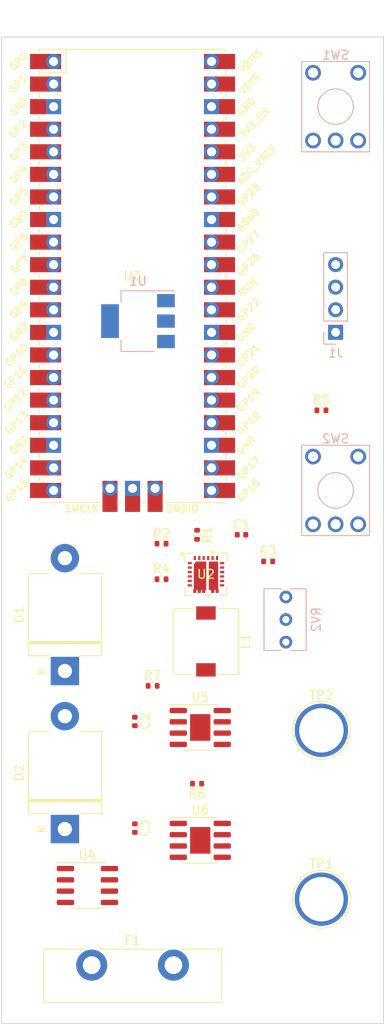
<source format=kicad_pcb>
(kicad_pcb (version 20211014) (generator pcbnew)
  (layers (0 "F.Cu" signal) (31 "B.Cu" signal) (34 "B.Paste" user) (35 "F.Paste" user) (36 "B.SilkS" user "B.Silkscreen") (37 "F.SilkS" user "F.Silkscreen") (38 "B.Mask" user) (39 "F.Mask" user) (44 "Edge.Cuts" user))
  (net 0 "")
  (net 1 "Net-(C1-Pad1)")
  (net 2 "LX")
  (net 3 "Net-(C2-Pad1)")
  (net 4 "GND")
  (net 5 "Net-(C3-Pad1)")
  (net 6 "Net-(D1-Pad1)")
  (net 7 "Net-(D1-Pad2)")
  (net 8 "Net-(D2-Pad1)")
  (net 9 "Net-(F1-Pad1)")
  (net 10 "+3.3V")
  (net 11 "Net-(J1-Pad3)")
  (net 12 "Net-(J1-Pad4)")
  (net 13 "+BATT")
  (net 14 "Net-(R1-Pad2)")
  (net 15 "Net-(R2-Pad1)")
  (net 16 "Net-(R3-Pad1)")
  (net 17 "Net-(R4-Pad1)")
  (net 18 "Net-(R5-Pad1)")
  (net 19 "FB")
  (net 20 "+5V")
  (net 22 "PEN")
  (net 39 "SDO")
  (net 40 "SCK")
  (net 41 "CS1")
  (net 42 "CS2")
  (net 52 "Net-(U4-Pad7)")
  (footprint "Fuse:Fuseholder_Blade_ATO_Littelfuse_Pudenz_2_Pin" (layer "F.Cu") (at 74.14 133.42)
    (fp_text reference "F1" (at 4.57 -2.78) (layer "F.SilkS"))
    (fp_text value "Fuse")
    (fp_line (start 10.02 -1.8) (end 14.6 -1.8) (layer "F.SilkS") (width 0.12))
    (fp_line (start 14.6 4.2) (end -5.4 4.2) (layer "F.SilkS") (width 0.12))
    (fp_line (start -5.4 -1.8) (end -0.81 -1.8) (layer "F.SilkS") (width 0.12))
    (fp_line (start 14.6 -1.8) (end 14.6 4.2) (layer "F.SilkS") (width 0.12))
    (fp_line (start -5.4 4.2) (end -5.4 -1.8) (layer "F.SilkS") (width 0.12))
    (fp_line (start 0.81 -1.8) (end 8.38 -1.8) (layer "F.SilkS") (width 0.12))
    (pad "" np_thru_hole circle (at 4.6 1.2) (size 2.4 2.4) (drill 2.4) (layers *.Cu *.Mask))
    (pad "1" thru_hole circle (at 0 0) (size 3.5 3.5) (drill 2) (layers *.Cu *.Mask) (net 9 "Net-(F1-Pad1)"))
    (pad "2" thru_hole circle (at 9.2 0) (size 3.5 3.5) (drill 2) (layers *.Cu *.Mask) (net 4 "GND"))
  )
  (footprint "Resistor_SMD:R_0402_1005Metric" (layer "F.Cu") (at 100 71)
    (fp_text reference "R5" (at 0 -1.17) (layer "F.SilkS"))
    (fp_text value "1k")
    (fp_line (start -0.153641 -0.38) (end 0.153641 -0.38) (layer "F.SilkS") (width 0.12))
    (fp_line (start -0.153641 0.38) (end 0.153641 0.38) (layer "F.SilkS") (width 0.12))
    (pad "1" smd roundrect (at -0.51 0) (size 0.54 0.64) (layers "F.Cu" "F.Paste" "F.Mask") (net 18 "Net-(R5-Pad1)"))
    (pad "2" smd roundrect (at 0.51 0) (size 0.54 0.64) (layers "F.Cu" "F.Paste" "F.Mask") (net 4 "GND"))
  )
  (footprint "Resistor_SMD:R_0402_1005Metric" (layer "F.Cu") (at 86 113 180)
    (fp_text reference "R6" (at 0 -1.17) (layer "F.SilkS"))
    (fp_text value "1k")
    (fp_line (start -0.153641 0.38) (end 0.153641 0.38) (layer "F.SilkS") (width 0.12))
    (fp_line (start -0.153641 -0.38) (end 0.153641 -0.38) (layer "F.SilkS") (width 0.12))
    (pad "1" smd roundrect (at -0.51 0 180) (size 0.54 0.64) (layers "F.Cu" "F.Paste" "F.Mask") (net 10 "+3.3V"))
    (pad "2" smd roundrect (at 0.51 0 180) (size 0.54 0.64) (layers "F.Cu" "F.Paste" "F.Mask") (net 5 "Net-(C3-Pad1)"))
  )
  (footprint "Capacitor_SMD:C_0402_1005Metric" (layer "F.Cu") (at 91 85)
    (fp_text reference "C1" (at 0 -1.16) (layer "F.SilkS"))
    (fp_text value "0.1uF")
    (fp_line (start -0.107836 -0.36) (end 0.107836 -0.36) (layer "F.SilkS") (width 0.12))
    (fp_line (start -0.107836 0.36) (end 0.107836 0.36) (layer "F.SilkS") (width 0.12))
    (pad "1" smd roundrect (at -0.48 0) (size 0.56 0.62) (layers "F.Cu" "F.Paste" "F.Mask") (net 1 "Net-(C1-Pad1)"))
    (pad "2" smd roundrect (at 0.48 0) (size 0.56 0.62) (layers "F.Cu" "F.Paste" "F.Mask") (net 2 "LX"))
  )
  (footprint "Inductor_SMD:L_7.3x7.3_H4.5" (layer "F.Cu") (at 87 97 -90)
    (fp_text reference "L1" (at 0 -4.45 90) (layer "F.SilkS"))
    (fp_text value "1uH")
    (fp_line (start 3.7 -3.7) (end 3.7 -1.4) (layer "F.SilkS") (width 0.12))
    (fp_line (start -3.7 3.7) (end -3.7 1.4) (layer "F.SilkS") (width 0.12))
    (fp_line (start -3.7 -3.7) (end 3.7 -3.7) (layer "F.SilkS") (width 0.12))
    (fp_line (start 3.7 1.4) (end 3.7 3.7) (layer "F.SilkS") (width 0.12))
    (fp_line (start 3.7 3.7) (end -3.7 3.7) (layer "F.SilkS") (width 0.12))
    (fp_line (start -3.7 -1.4) (end -3.7 -3.7) (layer "F.SilkS") (width 0.12))
    (pad "1" smd rect (at -3.2 0 270) (size 1.5 2.2) (layers "F.Cu" "F.Paste" "F.Mask") (net 2 "LX"))
    (pad "2" smd rect (at 3.2 0 270) (size 1.5 2.2) (layers "F.Cu" "F.Paste" "F.Mask") (net 7 "Net-(D1-Pad2)"))
  )
  (footprint "Capacitor_SMD:C_0402_1005Metric" (layer "F.Cu") (at 79 118 -90)
    (fp_text reference "C3" (at 0 -1.16 90) (layer "F.SilkS"))
    (fp_text value "1uF")
    (fp_line (start -0.107836 0.36) (end 0.107836 0.36) (layer "F.SilkS") (width 0.12))
    (fp_line (start -0.107836 -0.36) (end 0.107836 -0.36) (layer "F.SilkS") (width 0.12))
    (pad "1" smd roundrect (at -0.48 0 270) (size 0.56 0.62) (layers "F.Cu" "F.Paste" "F.Mask") (net 5 "Net-(C3-Pad1)"))
    (pad "2" smd roundrect (at 0.48 0 270) (size 0.56 0.62) (layers "F.Cu" "F.Paste" "F.Mask") (net 4 "GND"))
  )
  (footprint "Diode_THT:D_5KPW_P12.70mm_Horizontal" (layer "F.Cu") (at 71.12 118.11 90)
    (fp_text reference "D2" (at 6.35 -5.12 90) (layer "F.SilkS"))
    (fp_text value "Chonker")
    (fp_text user "K" (at 0 -2.6 90) (layer "F.SilkS"))
    (fp_line (start 1.73 4.12) (end 10.97 4.12) (layer "F.SilkS") (width 0.12))
    (fp_line (start 1.73 -4.12) (end 10.97 -4.12) (layer "F.SilkS") (width 0.12))
    (fp_line (start 10.97 4.12) (end 10.97 1.84) (layer "F.SilkS") (width 0.12))
    (fp_line (start 3.08 -4.12) (end 3.08 4.12) (layer "F.SilkS") (width 0.12))
    (fp_line (start 10.97 -4.12) (end 10.97 -1.84) (layer "F.SilkS") (width 0.12))
    (fp_line (start 3.2 -4.12) (end 3.2 4.12) (layer "F.SilkS") (width 0.12))
    (fp_line (start 1.73 1.84) (end 1.73 4.12) (layer "F.SilkS") (width 0.12))
    (fp_line (start 1.73 -1.84) (end 1.73 -4.12) (layer "F.SilkS") (width 0.12))
    (fp_line (start 3.32 -4.12) (end 3.32 4.12) (layer "F.SilkS") (width 0.12))
    (pad "1" thru_hole rect (at 0 0 90) (size 3.2 3.2) (drill 1.6) (layers *.Cu *.Mask) (net 8 "Net-(D2-Pad1)"))
    (pad "2" thru_hole oval (at 12.7 0 90) (size 3.2 3.2) (drill 1.6) (layers *.Cu *.Mask) (net 6 "Net-(D1-Pad1)"))
  )
  (footprint "Resistor_SMD:R_0402_1005Metric" (layer "F.Cu") (at 94 88)
    (fp_text reference "R3" (at 0 -1.17) (layer "F.SilkS"))
    (fp_text value "Rocs")
    (fp_line (start -0.153641 0.38) (end 0.153641 0.38) (layer "F.SilkS") (width 0.12))
    (fp_line (start -0.153641 -0.38) (end 0.153641 -0.38) (layer "F.SilkS") (width 0.12))
    (pad "1" smd roundrect (at -0.51 0) (size 0.54 0.64) (layers "F.Cu" "F.Paste" "F.Mask") (net 16 "Net-(R3-Pad1)"))
    (pad "2" smd roundrect (at 0.51 0) (size 0.54 0.64) (layers "F.Cu" "F.Paste" "F.Mask") (net 4 "GND"))
  )
  (footprint "MCU_RaspberryPi_and_Boards:RPi_Pico_SMD_TH" (layer "F.Cu") (at 78.74 55.88)
    (fp_text reference "U3" (at 0 0) (layer "F.SilkS"))
    (fp_text value "Pico")
    (fp_text user "GP16" (at 13.054 24.13 45) (layer "F.SilkS") (effects (font (size 0.8 0.8))))
    (fp_text user "GP27" (at 13.054 -3.8 45) (layer "F.SilkS") (effects (font (size 0.8 0.8))))
    (fp_text user "GP26" (at 13.054 -1.27 45) (layer "F.SilkS") (effects (font (size 0.8 0.8))))
    (fp_text user "GP8" (at -12.8 1.27 45) (layer "F.SilkS") (effects (font (size 0.8 0.8))))
    (fp_text user "GP3" (at -12.8 -13.97 45) (layer "F.SilkS") (effects (font (size 0.8 0.8))))
    (fp_text user "3V3" (at 12.9 -13.9 45) (layer "F.SilkS") (effects (font (size 0.8 0.8))))
    (fp_text user "GP18" (at 13.054 16.51 45) (layer "F.SilkS") (effects (font (size 0.8 0.8))))
    (fp_text user "GP15" (at -13.054 24.13 45) (layer "F.SilkS") (effects (font (size 0.8 0.8))))
    (fp_text user "GP20" (at 13.054 11.43 45) (layer "F.SilkS") (effects (font (size 0.8 0.8))))
    (fp_text user "GP12" (at -13.2 13.97 45) (layer "F.SilkS") (effects (font (size 0.8 0.8))))
    (fp_text user "GND" (at -12.8 6.35 45) (layer "F.SilkS") (effects (font (size 0.8 0.8))))
    (fp_text user "GP2" (at -12.9 -16.51 45) (layer "F.SilkS") (effects (font (size 0.8 0.8))))
    (fp_text user "ADC_VREF" (at 14 -12.5 45) (layer "F.SilkS") (effects (font (size 0.8 0.8))))
    (fp_text user "GND" (at 12.8 6.35 45) (layer "F.SilkS") (effects (font (size 0.8 0.8))))
    (fp_text user "GND" (at 12.8 -19.05 45) (layer "F.SilkS") (effects (font (size 0.8 0.8))))
    (fp_text user "GND" (at 12.8 19.05 45) (layer "F.SilkS") (effects (font (size 0.8 0.8))))
    (fp_text user "GP5" (at -12.8 -8.89 45) (layer "F.SilkS") (effects (font (size 0.8 0.8))))
    (fp_text user "GP19" (at 13.054 13.97 45) (layer "F.SilkS") (effects (font (size 0.8 0.8))))
    (fp_text user "GND" (at -12.8 19.05 45) (layer "F.SilkS") (effects (font (size 0.8 0.8))))
    (fp_text user "GND" (at -12.8 -19.05 45) (layer "F.SilkS") (effects (font (size 0.8 0.8))))
    (fp_text user "GP11" (at -13.2 11.43 45) (layer "F.SilkS") (effects (font (size 0.8 0.8))))
    (fp_text user "GP17" (at 13.054 21.59 45) (layer "F.SilkS") (effects (font (size 0.8 0.8))))
    (fp_text user "GP22" (at 13.054 3.81 45) (layer "F.SilkS") (effects (font (size 0.8 0.8))))
    (fp_text user "GP1" (at -12.9 -21.6 45) (layer "F.SilkS") (effects (font (size 0.8 0.8))))
    (fp_text user "AGND" (at 13.054 -6.35 45) (layer "F.SilkS") (effects (font (size 0.8 0.8))))
    (fp_text user "GP9" (at -12.8 3.81 45) (layer "F.SilkS") (effects (font (size 0.8 0.8))))
    (fp_text user "SWDIO" (at 5.6 26.2) (layer "F.SilkS") (effects (font (size 0.8 0.8))))
    (fp_text user "GP4" (at -12.8 -11.43 45) (layer "F.SilkS") (effects (font (size 0.8 0.8))))
    (fp_text user "GP7" (at -12.7 -1.3 45) (layer "F.SilkS") (effects (font (size 0.8 0.8))))
    (fp_text user "3V3_EN" (at 13.7 -17.2 45) (layer "F.SilkS") (effects (font (size 0.8 0.8))))
    (fp_text user "GP14" (at -13.1 21.59 45) (layer "F.SilkS") (effects (font (size 0.8 0.8))))
    (fp_text user "GP6" (at -12.8 -3.81 45) (layer "F.SilkS") (effects (font (size 0.8 0.8))))
    (fp_text user "GP10" (at -13.054 8.89 45) (layer "F.SilkS") (effects (font (size 0.8 0.8))))
    (fp_text user "VSYS" (at 13.2 -21.59 45) (layer "F.SilkS") (effects (font (size 0.8 0.8))))
    (fp_text user "GP0" (at -12.8 -24.13 45) (layer "F.SilkS") (effects (font (size 0.8 0.8))))
    (fp_text user "RUN" (at 13 1.27 45) (layer "F.SilkS") (effects (font (size 0.8 0.8))))
    (fp_text user "GP28" (at 13.054 -9.144 45) (layer "F.SilkS") (effects (font (size 0.8 0.8))))
    (fp_text user "VBUS" (at 13.3 -24.2 45) (layer "F.SilkS") (effects (font (size 0.8 0.8))))
    (fp_text user "SWCLK" (at -5.7 26.2) (layer "F.SilkS") (effects (font (size 0.8 0.8))))
    (fp_text user "GP21" (at 13.054 8.9 45) (layer "F.SilkS") (effects (font (size 0.8 0.8))))
    (fp_text user "GP13" (at -13.054 16.51 45) (layer "F.SilkS") (effects (font (size 0.8 0.8))))
    (fp_text user "GND" (at -12.8 -6.35 45) (layer "F.SilkS") (effects (font (size 0.8 0.8))))
    (fp_line (start -10.5 12.5) (end -10.5 12.9) (layer "F.SilkS") (width 0.12))
    (fp_line (start 10.5 12.5) (end 10.5 12.9) (layer "F.SilkS") (width 0.12))
    (fp_line (start 10.5 -18) (end 10.5 -17.6) (layer "F.SilkS") (width 0.12))
    (fp_line (start -10.5 -18) (end -10.5 -17.6) (layer "F.SilkS") (width 0.12))
    (fp_line (start 10.5 4.9) (end 10.5 5.3) (layer "F.SilkS") (width 0.12))
    (fp_line (start -10.5 -12.9) (end -10.5 -12.5) (layer "F.SilkS") (width 0.12))
    (fp_line (start -10.5 15.1) (end -10.5 15.5) (layer "F.SilkS") (width 0.12))
    (fp_line (start 10.5 -12.9) (end 10.5 -12.5) (layer "F.SilkS") (width 0.12))
    (fp_line (start 10.5 17.6) (end 10.5 18) (layer "F.SilkS") (width 0.12))
    (fp_line (start 10.5 -5.3) (end 10.5 -4.9) (layer "F.SilkS") (width 0.12))
    (fp_line (start 10.5 22.7) (end 10.5 23.1) (layer "F.SilkS") (width 0.12))
    (fp_line (start -3.7 25.5) (end -10.5 25.5) (layer "F.SilkS") (width 0.12))
    (fp_line (start 10.5 -7.8) (end 10.5 -7.4) (layer "F.SilkS") (width 0.12))
    (fp_line (start -10.5 -15.4) (end -10.5 -15) (layer "F.SilkS") (width 0.12))
    (fp_line (start -10.5 17.6) (end -10.5 18) (layer "F.SilkS") (width 0.12))
    (fp_line (start 10.5 -23.1) (end 10.5 -22.7) (layer "F.SilkS") (width 0.12))
    (fp_line (start -7.493 -22.833) (end -7.493 -25.5) (layer "F.SilkS") (width 0.12))
    (fp_line (start -10.5 -25.5) (end 10.5 -25.5) (layer "F.SilkS") (width 0.12))
    (fp_line (start 10.5 -20.5) (end 10.5 -20.1) (layer "F.SilkS") (width 0.12))
    (fp_line (start 1.1 25.5) (end 1.5 25.5) (layer "F.SilkS") (width 0.12))
    (fp_line (start 10.5 -10.4) (end 10.5 -10) (layer "F.SilkS") (width 0.12))
    (fp_line (start -10.5 7.4) (end -10.5 7.8) (layer "F.SilkS") (width 0.12))
    (fp_line (start -10.5 2.3) (end -10.5 2.7) (layer "F.SilkS") (width 0.12))
    (fp_line (start -1.5 25.5) (end -1.1 25.5) (layer "F.SilkS") (width 0.12))
    (fp_line (start -10.5 20.1) (end -10.5 20.5) (layer "F.SilkS") (width 0.12))
    (fp_line (start 10.5 25.5) (end 3.7 25.5) (layer "F.SilkS") (width 0.12))
    (fp_line (start 10.5 20.1) (end 10.5 20.5) (layer "F.SilkS") (width 0.12))
    (fp_line (start -10.5 4.9) (end -10.5 5.3) (layer "F.SilkS") (width 0.12))
    (fp_line (start -10.5 -10.4) (end -10.5 -10) (layer "F.SilkS") (width 0.12))
    (fp_line (start 10.5 10) (end 10.5 10.4) (layer "F.SilkS") (width 0.12))
    (fp_line (start -10.5 -5.3) (end -10.5 -4.9) (layer "F.SilkS") (width 0.12))
    (fp_line (start -10.5 -23.1) (end -10.5 -22.7) (layer "F.SilkS") (width 0.12))
    (fp_line (start 10.5 -0.2) (end 10.5 0.2) (layer "F.SilkS") (width 0.12))
    (fp_line (start 10.5 15.1) (end 10.5 15.5) (layer "F.SilkS") (width 0.12))
    (fp_line (start 10.5 7.4) (end 10.5 7.8) (layer "F.SilkS") (width 0.12))
    (fp_line (start -10.5 -0.2) (end -10.5 0.2) (layer "F.SilkS") (width 0.12))
    (fp_line (start -10.5 -22.833) (end -7.493 -22.833) (layer "F.SilkS") (width 0.12))
    (fp_line (start 10.5 -2.7) (end 10.5 -2.3) (layer "F.SilkS") (width 0.12))
    (fp_line (start -10.5 -2.7) (end -10.5 -2.3) (layer "F.SilkS") (width 0.12))
    (fp_line (start 10.5 2.3) (end 10.5 2.7) (layer "F.SilkS") (width 0.12))
    (fp_line (start -10.5 10) (end -10.5 10.4) (layer "F.SilkS") (width 0.12))
    (fp_line (start -10.5 22.7) (end -10.5 23.1) (layer "F.SilkS") (width 0.12))
    (fp_line (start -10.5 -25.5) (end -10.5 -25.2) (layer "F.SilkS") (width 0.12))
    (fp_line (start -10.5 -20.5) (end -10.5 -20.1) (layer "F.SilkS") (width 0.12))
    (fp_line (start -10.5 -7.8) (end -10.5 -7.4) (layer "F.SilkS") (width 0.12))
    (fp_line (start 10.5 -25.5) (end 10.5 -25.2) (layer "F.SilkS") (width 0.12))
    (fp_line (start 10.5 -15.4) (end 10.5 -15) (layer "F.SilkS") (width 0.12))
    (pad "" np_thru_hole oval (at -2.425 -20.97) (size 1.5 1.5) (drill 1.5) (layers *.Cu *.Mask))
    (pad "" np_thru_hole oval (at -2.725 -24) (size 1.8 1.8) (drill 1.8) (layers *.Cu *.Mask))
    (pad "" np_thru_hole oval (at 2.425 -20.97) (size 1.5 1.5) (drill 1.5) (layers *.Cu *.Mask))
    (pad "" np_thru_hole oval (at 2.725 -24) (size 1.8 1.8) (drill 1.8) (layers *.Cu *.Mask))
    (pad "1" thru_hole oval (at -8.89 -24.13) (size 1.7 1.7) (drill 1.02) (layers *.Cu *.Mask))
    (pad "1" smd rect (at -8.89 -24.13) (size 3.5 1.7) (drill (offset -0.9 0)) (layers "F.Cu" "F.Mask"))
    (pad "2" smd rect (at -8.89 -21.59) (size 3.5 1.7) (drill (offset -0.9 0)) (layers "F.Cu" "F.Mask"))
    (pad "2" thru_hole oval (at -8.89 -21.59) (size 1.7 1.7) (drill 1.02) (layers *.Cu *.Mask))
    (pad "3" thru_hole rect (at -8.89 -19.05) (size 1.7 1.7) (drill 1.02) (layers *.Cu *.Mask) (net 4 "GND"))
    (pad "3" smd rect (at -8.89 -19.05) (size 3.5 1.7) (drill (offset -0.9 0)) (layers "F.Cu" "F.Mask") (net 4 "GND"))
    (pad "4" thru_hole oval (at -8.89 -16.51) (size 1.7 1.7) (drill 1.02) (layers *.Cu *.Mask) (net 18 "Net-(R5-Pad1)"))
    (pad "4" smd rect (at -8.89 -16.51) (size 3.5 1.7) (drill (offset -0.9 0)) (layers "F.Cu" "F.Mask") (net 18 "Net-(R5-Pad1)"))
    (pad "5" smd rect (at -8.89 -13.97) (size 3.5 1.7) (drill (offset -0.9 0)) (layers "F.Cu" "F.Mask") (net 17 "Net-(R4-Pad1)"))
    (pad "5" thru_hole oval (at -8.89 -13.97) (size 1.7 1.7) (drill 1.02) (layers *.Cu *.Mask) (net 17 "Net-(R4-Pad1)"))
    (pad "6" smd rect (at -8.89 -11.43) (size 3.5 1.7) (drill (offset -0.9 0)) (layers "F.Cu" "F.Mask"))
    (pad "6" thru_hole oval (at -8.89 -11.43) (size 1.7 1.7) (drill 1.02) (layers *.Cu *.Mask))
    (pad "7" smd rect (at -8.89 -8.89) (size 3.5 1.7) (drill (offset -0.9 0)) (layers "F.Cu" "F.Mask"))
    (pad "7" thru_hole oval (at -8.89 -8.89) (size 1.7 1.7) (drill 1.02) (layers *.Cu *.Mask))
    (pad "8" thru_hole rect (at -8.89 -6.35) (size 1.7 1.7) (drill 1.02) (layers *.Cu *.Mask) (net 4 "GND"))
    (pad "8" smd rect (at -8.89 -6.35) (size 3.5 1.7) (drill (offset -0.9 0)) (layers "F.Cu" "F.Mask") (net 4 "GND"))
    (pad "9" thru_hole oval (at -8.89 -3.81) (size 1.7 1.7) (drill 1.02) (layers *.Cu *.Mask))
    (pad "9" smd rect (at -8.89 -3.81) (size 3.5 1.7) (drill (offset -0.9 0)) (layers "F.Cu" "F.Mask"))
    (pad "10" smd rect (at -8.89 -1.27) (size 3.5 1.7) (drill (offset -0.9 0)) (layers "F.Cu" "F.Mask"))
    (pad "10" thru_hole oval (at -8.89 -1.27) (size 1.7 1.7) (drill 1.02) (layers *.Cu *.Mask))
    (pad "11" thru_hole oval (at -8.89 1.27) (size 1.7 1.7) (drill 1.02) (layers *.Cu *.Mask))
    (pad "11" smd rect (at -8.89 1.27) (size 3.5 1.7) (drill (offset -0.9 0)) (layers "F.Cu" "F.Mask"))
    (pad "12" smd rect (at -8.89 3.81) (size 3.5 1.7) (drill (offset -0.9 0)) (layers "F.Cu" "F.Mask"))
    (pad "12" thru_hole oval (at -8.89 3.81) (size 1.7 1.7) (drill 1.02) (layers *.Cu *.Mask))
    (pad "13" thru_hole rect (at -8.89 6.35) (size 1.7 1.7) (drill 1.02) (layers *.Cu *.Mask) (net 4 "GND"))
    (pad "13" smd rect (at -8.89 6.35) (size 3.5 1.7) (drill (offset -0.9 0)) (layers "F.Cu" "F.Mask") (net 4 "GND"))
    (pad "14" smd rect (at -8.89 8.89) (size 3.5 1.7) (drill (offset -0.9 0)) (layers "F.Cu" "F.Mask"))
    (pad "14" thru_hole oval (at -8.89 8.89) (size 1.7 1.7) (drill 1.02) (layers *.Cu *.Mask))
    (pad "15" smd rect (at -8.89 11.43) (size 3.5 1.7) (drill (offset -0.9 0)) (layers "F.Cu" "F.Mask"))
    (pad "15" thru_hole oval (at -8.89 11.43) (size 1.7 1.7) (drill 1.02) (layers *.Cu *.Mask))
    (pad "16" smd rect (at -8.89 13.97) (size 3.5 1.7) (drill (offset -0.9 0)) (layers "F.Cu" "F.Mask"))
    (pad "16" thru_hole oval (at -8.89 13.97) (size 1.7 1.7) (drill 1.02) (layers *.Cu *.Mask))
    (pad "17" thru_hole oval (at -8.89 16.51) (size 1.7 1.7) (drill 1.02) (layers *.Cu *.Mask))
    (pad "17" smd rect (at -8.89 16.51) (size 3.5 1.7) (drill (offset -0.9 0)) (layers "F.Cu" "F.Mask"))
    (pad "18" smd rect (at -8.89 19.05) (size 3.5 1.7) (drill (offset -0.9 0)) (layers "F.Cu" "F.Mask") (net 4 "GND"))
    (pad "18" thru_hole rect (at -8.89 19.05) (size 1.7 1.7) (drill 1.02) (layers *.Cu *.Mask) (net 4 "GND"))
    (pad "19" smd rect (at -8.89 21.59) (size 3.5 1.7) (drill (offset -0.9 0)) (layers "F.Cu" "F.Mask"))
    (pad "19" thru_hole oval (at -8.89 21.59) (size 1.7 1.7) (drill 1.02) (layers *.Cu *.Mask))
    (pad "20" smd rect (at -8.89 24.13) (size 3.5 1.7) (drill (offset -0.9 0)) (layers "F.Cu" "F.Mask"))
    (pad "20" thru_hole oval (at -8.89 24.13) (size 1.7 1.7) (drill 1.02) (layers *.Cu *.Mask))
    (pad "21" thru_hole oval (at 8.89 24.13) (size 1.7 1.7) (drill 1.02) (layers *.Cu *.Mask))
    (pad "21" smd rect (at 8.89 24.13) (size 3.5 1.7) (drill (offset 0.9 0)) (layers "F.Cu" "F.Mask"))
    (pad "22" smd rect (at 8.89 21.59) (size 3.5 1.7) (drill (offset 0.9 0)) (layers "F.Cu" "F.Mask"))
    (pad "22" thru_hole oval (at 8.89 21.59) (size 1.7 1.7) (drill 1.02) (layers *.Cu *.Mask))
    (pad "23" smd rect (at 8.89 19.05) (size 3.5 1.7) (drill (offset 0.9 0)) (layers "F.Cu" "F.Mask") (net 4 "GND"))
    (pad "23" thru_hole rect (at 8.89 19.05) (size 1.7 1.7) (drill 1.02) (layers *.Cu *.Mask) (net 4 "GND"))
    (pad "24" smd rect (at 8.89 16.51) (size 3.5 1.7) (drill (offset 0.9 0)) (layers "F.Cu" "F.Mask") (net 39 "SDO"))
    (pad "24" thru_hole oval (at 8.89 16.51) (size 1.7 1.7) (drill 1.02) (layers *.Cu *.Mask) (net 39 "SDO"))
    (pad "25" thru_hole oval (at 8.89 13.97) (size 1.7 1.7) (drill 1.02) (layers *.Cu *.Mask) (net 40 "SCK"))
    (pad "25" smd rect (at 8.89 13.97) (size 3.5 1.7) (drill (offset 0.9 0)) (layers "F.Cu" "F.Mask") (net 40 "SCK"))
    (pad "26" thru_hole oval (at 8.89 11.43) (size 1.7 1.7) (drill 1.02) (layers *.Cu *.Mask) (net 41 "CS1"))
    (pad "26" smd rect (at 8.89 11.43) (size 3.5 1.7) (drill (offset 0.9 0)) (layers "F.Cu" "F.Mask") (net 41 "CS1"))
    (pad "27" thru_hole oval (at 8.89 8.89) (size 1.7 1.7) (drill 1.02) (layers *.Cu *.Mask) (net 42 "CS2"))
    (pad "27" smd rect (at 8.89 8.89) (size 3.5 1.7) (drill (offset 0.9 0)) (layers "F.Cu" "F.Mask") (net 42 "CS2"))
    (pad "28" smd rect (at 8.89 6.35) (size 3.5 1.7) (drill (offset 0.9 0)) (layers "F.Cu" "F.Mask") (net 4 "GND"))
    (pad "28" thru_hole rect (at 8.89 6.35) (size 1.7 1.7) (drill 1.02) (layers *.Cu *.Mask) (net 4 "GND"))
    (pad "29" smd rect (at 8.89 3.81) (size 3.5 1.7) (drill (offset 0.9 0)) (layers "F.Cu" "F.Mask"))
    (pad "29" thru_hole oval (at 8.89 3.81) (size 1.7 1.7) (drill 1.02) (layers *.Cu *.Mask))
    (pad "30" smd rect (at 8.89 1.27) (size 3.5 1.7) (drill (offset 0.9 0)) (layers "F.Cu" "F.Mask"))
    (pad "30" thru_hole oval (at 8.89 1.27) (size 1.7 1.7) (drill 1.02) (layers *.Cu *.Mask))
    (pad "31" thru_hole oval (at 8.89 -1.27) (size 1.7 1.7) (drill 1.02) (layers *.Cu *.Mask) (net 12 "Net-(J1-Pad4)"))
    (pad "31" smd rect (at 8.89 -1.27) (size 3.5 1.7) (drill (offset 0.9 0)) (layers "F.Cu" "F.Mask") (net 12 "Net-(J1-Pad4)"))
    (pad "32" smd rect (at 8.89 -3.81) (size 3.5 1.7) (drill (offset 0.9 0)) (layers "F.Cu" "F.Mask") (net 11 "Net-(J1-Pad3)"))
    (pad "32" thru_hole oval (at 8.89 -3.81) (size 1.7 1.7) (drill 1.02) (layers *.Cu *.Mask) (net 11 "Net-(J1-Pad3)"))
    (pad "33" thru_hole rect (at 8.89 -6.35) (size 1.7 1.7) (drill 1.02) (layers *.Cu *.Mask) (net 4 "GND"))
    (pad "33" smd rect (at 8.89 -6.35) (size 3.5 1.7) (drill (offset 0.9 0)) (layers "F.Cu" "F.Mask") (net 4 "GND"))
    (pad "34" smd rect (at 8.89 -8.89) (size 3.5 1.7) (drill (offset 0.9 0)) (layers "F.Cu" "F.Mask"))
    (pad "34" thru_hole oval (at 8.89 -8.89) (size 1.7 1.7) (drill 1.02) (layers *.Cu *.Mask))
    (pad "35" smd rect (at 8.89 -11.43) (size 3.5 1.7) (drill (offset 0.9 0)) (layers "F.Cu" "F.Mask"))
    (pad "35" thru_hole oval (at 8.89 -11.43) (size 1.7 1.7) (drill 1.02) (layers *.Cu *.Mask))
    (pad "36" thru_hole oval (at 8.89 -13.97) (size 1.7 1.7) (drill 1.02) (layers *.Cu *.Mask) (net 10 "+3.3V"))
    (pad "36" smd rect (at 8.89 -13.97) (size 3.5 1.7) (drill (offset 0.9 0)) (layers "F.Cu" "F.Mask") (net 10 "+3.3V"))
    (pad "37" thru_hole oval (at 8.89 -16.51) (size 1.7 1.7) (drill 1.02) (layers *.Cu *.Mask))
    (pad "37" smd rect (at 8.89 -16.51) (size 3.5 1.7) (drill (offset 0.9 0)) (layers "F.Cu" "F.Mask"))
    (pad "38" thru_hole rect (at 8.89 -19.05) (size 1.7 1.7) (drill 1.02) (layers *.Cu *.Mask) (net 4 "GND"))
    (pad "38" smd rect (at 8.89 -19.05) (size 3.5 1.7) (drill (offset 0.9 0)) (layers "F.Cu" "F.Mask") (net 4 "GND"))
    (pad "39" smd rect (at 8.89 -21.59) (size 3.5 1.7) (drill (offset 0.9 0)) (layers "F.Cu" "F.Mask") (net 20 "+5V"))
    (pad "39" thru_hole oval (at 8.89 -21.59) (size 1.7 1.7) (drill 1.02) (layers *.Cu *.Mask) (net 20 "+5V"))
    (pad "40" thru_hole oval (at 8.89 -24.13) (size 1.7 1.7) (drill 1.02) (layers *.Cu *.Mask))
    (pad "40" smd rect (at 8.89 -24.13) (size 3.5 1.7) (drill (offset 0.9 0)) (layers "F.Cu" "F.Mask"))
    (pad "41" thru_hole oval (at -2.54 23.9) (size 1.7 1.7) (drill 1.02) (layers *.Cu *.Mask))
    (pad "41" smd rect (at -2.54 23.9 90) (size 3.5 1.7) (drill (offset -0.9 0)) (layers "F.Cu" "F.Mask"))
    (pad "42" thru_hole rect (at 0 23.9) (size 1.7 1.7) (drill 1.02) (layers *.Cu *.Mask) (net 4 "GND"))
    (pad "42" smd rect (at 0 23.9 90) (size 3.5 1.7) (drill (offset -0.9 0)) (layers "F.Cu" "F.Mask") (net 4 "GND"))
    (pad "43" thru_hole oval (at 2.54 23.9) (size 1.7 1.7) (drill 1.02) (layers *.Cu *.Mask))
    (pad "43" smd rect (at 2.54 23.9 90) (size 3.5 1.7) (drill (offset -0.9 0)) (layers "F.Cu" "F.Mask"))
  )
  (footprint "TestPoint:TestPoint_Plated_Hole_D5.0mm" (layer "F.Cu") (at 100 126)
    (fp_text reference "TP1" (at 0 -3.948) (layer "F.SilkS"))
    (fp_text value "TestPoint")
    (fp_circle (center 0 0) (end 0 3.25) (layer "F.SilkS") (width 0.12) (fill none))
    (pad "1" thru_hole circle (at 0 0) (size 6 6) (drill 5) (layers *.Cu *.Mask) (net 4 "GND"))
  )
  (footprint "Package_SO:SOIC-8_3.9x4.9mm_P1.27mm" (layer "F.Cu") (at 73.66 124.46)
    (fp_text reference "U4" (at 0 -3.4) (layer "F.SilkS"))
    (fp_text value "ACS725xLCTR-20AB")
    (fp_line (start 0 -2.56) (end -3.45 -2.56) (layer "F.SilkS") (width 0.12))
    (fp_line (start 0 -2.56) (end 1.95 -2.56) (layer "F.SilkS") (width 0.12))
    (fp_line (start 0 2.56) (end -1.95 2.56) (layer "F.SilkS") (width 0.12))
    (fp_line (start 0 2.56) (end 1.95 2.56) (layer "F.SilkS") (width 0.12))
    (pad "1" smd roundrect (at -2.475 -1.905) (size 1.95 0.6) (layers "F.Cu" "F.Paste" "F.Mask") (net 8 "Net-(D2-Pad1)"))
    (pad "2" smd roundrect (at -2.475 -0.635) (size 1.95 0.6) (layers "F.Cu" "F.Paste" "F.Mask") (net 8 "Net-(D2-Pad1)"))
    (pad "3" smd roundrect (at -2.475 0.635) (size 1.95 0.6) (layers "F.Cu" "F.Paste" "F.Mask") (net 9 "Net-(F1-Pad1)"))
    (pad "4" smd roundrect (at -2.475 1.905) (size 1.95 0.6) (layers "F.Cu" "F.Paste" "F.Mask") (net 9 "Net-(F1-Pad1)"))
    (pad "5" smd roundrect (at 2.475 1.905) (size 1.95 0.6) (layers "F.Cu" "F.Paste" "F.Mask") (net 4 "GND"))
    (pad "6" smd roundrect (at 2.475 0.635) (size 1.95 0.6) (layers "F.Cu" "F.Paste" "F.Mask"))
    (pad "7" smd roundrect (at 2.475 -0.635) (size 1.95 0.6) (layers "F.Cu" "F.Paste" "F.Mask") (net 52 "Net-(U4-Pad7)"))
    (pad "8" smd roundrect (at 2.475 -1.905) (size 1.95 0.6) (layers "F.Cu" "F.Paste" "F.Mask") (net 10 "+3.3V"))
  )
  (footprint "Capacitor_SMD:C_0402_1005Metric" (layer "F.Cu") (at 79 106 -90)
    (fp_text reference "C2" (at 0 -1.16 90) (layer "F.SilkS"))
    (fp_text value "1uF")
    (fp_line (start -0.107836 0.36) (end 0.107836 0.36) (layer "F.SilkS") (width 0.12))
    (fp_line (start -0.107836 -0.36) (end 0.107836 -0.36) (layer "F.SilkS") (width 0.12))
    (pad "1" smd roundrect (at -0.48 0 270) (size 0.56 0.62) (layers "F.Cu" "F.Paste" "F.Mask") (net 3 "Net-(C2-Pad1)"))
    (pad "2" smd roundrect (at 0.48 0 270) (size 0.56 0.62) (layers "F.Cu" "F.Paste" "F.Mask") (net 4 "GND"))
  )
  (footprint "Resistor_SMD:R_0402_1005Metric" (layer "F.Cu") (at 82 86)
    (fp_text reference "R2" (at 0 -1.17) (layer "F.SilkS"))
    (fp_text value "Css")
    (fp_line (start -0.153641 -0.38) (end 0.153641 -0.38) (layer "F.SilkS") (width 0.12))
    (fp_line (start -0.153641 0.38) (end 0.153641 0.38) (layer "F.SilkS") (width 0.12))
    (pad "1" smd roundrect (at -0.51 0) (size 0.54 0.64) (layers "F.Cu" "F.Paste" "F.Mask") (net 15 "Net-(R2-Pad1)"))
    (pad "2" smd roundrect (at 0.51 0) (size 0.54 0.64) (layers "F.Cu" "F.Paste" "F.Mask") (net 4 "GND"))
  )
  (footprint "footprints:AOZ2262NQI-11" (layer "F.Cu") (at 87 89.44)
    (fp_text reference "U2" (at 0 0) (layer "F.SilkS"))
    (fp_text value "AOZ2262NQI-11" hide)
    (fp_text user "*" (at -2.6886 -1.88214) (layer "F.SilkS"))
    (fp_text user "*" (at -2.6886 -1.88214) (layer "F.SilkS"))
    (fp_poly (pts (xy 0.37719 1.71577) (xy 0.62357 1.71577) (xy 0.62357 2.05359) (xy 0.87757 2.05359) (xy 0.87757 1.71577) (xy 1.12395 1.71577) (xy 1.12395 2.05359) (xy 1.37795 2.05359) (xy 1.37795 1.71577) (xy 1.32715 1.71577) (xy 1.32715 -1.38303) (xy 0.37719 -1.38303)) (layer "F.Cu") (width 0.1) (fill solid))
    (fp_poly (pts (xy -1.0795 -1.38303) (xy -1.31699 -1.0795) (xy -1.31699 1.71577) (xy -1.37795 1.71577) (xy -1.37795 2.05359) (xy -1.12395 2.05359) (xy -1.12395 1.72339) (xy -0.87757 1.71577) (xy -0.87757 2.05359) (xy -0.62357 2.05359) (xy -0.62357 1.72339) (xy -0.37719 1.72339) (xy -0.37719 2.05359) (xy -0.12319 2.05359) (xy -0.12319 1.72339) (xy -0.01016 1.72339) (xy -0.01016 -1.38303)) (layer "F.Cu") (width 0.1) (fill solid))
    (fp_line (start -2.3749 1.46445) (end -2.3749 2.3749) (layer "F.SilkS") (width 0.12))
    (fp_line (start 2.3749 2.3749) (end 2.3749 1.46445) (layer "F.SilkS") (width 0.12))
    (fp_line (start 2.3749 -2.3749) (end 1.464413 -2.3749) (layer "F.SilkS") (width 0.12))
    (fp_line (start -1.464413 -2.3749) (end -2.3749 -2.3749) (layer "F.SilkS") (width 0.12))
    (fp_line (start -2.3749 -2.3749) (end -2.3749 -1.46445) (layer "F.SilkS") (width 0.12))
    (fp_line (start -2.3749 2.3749) (end -1.464413 2.3749) (layer "F.SilkS") (width 0.12))
    (fp_line (start 2.3749 -1.46445) (end 2.3749 -2.3749) (layer "F.SilkS") (width 0.12))
    (fp_line (start 1.464413 2.3749) (end 2.3749 2.3749) (layer "F.SilkS") (width 0.12))
    (fp_poly (pts (xy 0.05969 2.30759) (xy 0.05969 2.56159) (xy 0.44069 2.56159) (xy 0.44069 2.30759)) (layer "F.SilkS") (width 0.1) (fill solid))
    (fp_poly (pts (xy 0.56007 -2.30759) (xy 0.56007 -2.56159) (xy 0.94107 -2.56159) (xy 0.94107 -2.30759)) (layer "F.SilkS") (width 0.1) (fill solid))
    (pad "1" smd rect locked (at -1.825 -1.25095 90) (size 0.254 0.4572) (layers "F.Cu" "F.Paste" "F.Mask"))
    (pad "2" smd rect locked (at -1.825 -0.75057 90) (size 0.254 0.4572) (layers "F.Cu" "F.Paste" "F.Mask") (net 22 "PEN"))
    (pad "3" smd rect locked (at -1.825 -0.25019 90) (size 0.254 0.4572) (layers "F.Cu" "F.Paste" "F.Mask") (net 20 "+5V"))
    (pad "4" smd rect locked (at -1.825 0.25019 90) (size 0.254 0.4572) (layers "F.Cu" "F.Paste" "F.Mask") (net 4 "GND"))
    (pad "5" smd rect locked (at -1.825 0.75057 90) (size 0.254 0.4572) (layers "F.Cu" "F.Paste" "F.Mask") (net 19 "FB"))
    (pad "6" smd rect locked (at -1.825 1.25095 90) (size 0.254 0.4572) (layers "F.Cu" "F.Paste" "F.Mask") (net 14 "Net-(R1-Pad2)"))
    (pad "7" smd rect locked (at -1.25095 1.88849) (size 0.254 0.3302) (layers "F.Cu" "F.Paste" "F.Mask") (net 13 "+BATT"))
    (pad "8" smd rect locked (at -0.75057 1.88849) (size 0.254 0.3302) (layers "F.Cu" "F.Paste" "F.Mask") (net 13 "+BATT"))
    (pad "9" smd rect locked (at -0.25019 1.88849) (size 0.254 0.3302) (layers "F.Cu" "F.Paste" "F.Mask") (net 13 "+BATT"))
    (pad "10" smd rect locked (at 0.75057 1.88849) (size 0.254 0.3302) (layers "F.Cu" "F.Paste" "F.Mask") (net 2 "LX"))
    (pad "11" smd rect locked (at 1.25095 1.88849) (size 0.254 0.3302) (layers "F.Cu" "F.Paste" "F.Mask") (net 2 "LX"))
    (pad "12" smd rect locked (at 1.825 1.25095 90) (size 0.254 0.4572) (layers "F.Cu" "F.Paste" "F.Mask") (net 4 "GND"))
    (pad "13" smd rect locked (at 1.825 0.75057 90) (size 0.254 0.4572) (layers "F.Cu" "F.Paste" "F.Mask") (net 4 "GND"))
    (pad "14" smd rect locked (at 1.825 0.25019 90) (size 0.254 0.4572) (layers "F.Cu" "F.Paste" "F.Mask") (net 4 "GND"))
    (pad "15" smd rect locked (at 1.825 -0.25019 90) (size 0.254 0.4572) (layers "F.Cu" "F.Paste" "F.Mask") (net 4 "GND"))
    (pad "16" smd rect locked (at 1.825 -0.75057 90) (size 0.254 0.4572) (layers "F.Cu" "F.Paste" "F.Mask") (net 2 "LX"))
    (pad "17" smd rect locked (at 1.825 -1.25095 90) (size 0.254 0.4572) (layers "F.Cu" "F.Paste" "F.Mask") (net 2 "LX"))
    (pad "18" smd rect locked (at 1.25095 -1.82499) (size 0.254 0.4572) (layers "F.Cu" "F.Paste" "F.Mask") (net 2 "LX"))
    (pad "19" smd rect locked (at 0.75057 -1.82499) (size 0.254 0.4572) (layers "F.Cu" "F.Paste" "F.Mask") (net 16 "Net-(R3-Pad1)"))
    (pad "20" smd rect locked (at 0.25019 -1.82499) (size 0.254 0.4572) (layers "F.Cu" "F.Paste" "F.Mask") (net 1 "Net-(C1-Pad1)"))
    (pad "21" smd rect locked (at -0.25019 -1.82499) (size 0.254 0.4572) (layers "F.Cu" "F.Paste" "F.Mask") (net 20 "+5V"))
    (pad "22" smd rect locked (at -0.75057 -1.82499) (size 0.254 0.4572) (layers "F.Cu" "F.Paste" "F.Mask") (net 13 "+BATT"))
    (pad "23" smd rect locked (at -1.25095 -1.82499) (size 0.254 0.4572) (layers "F.Cu" "F.Paste" "F.Mask") (net 15 "Net-(R2-Pad1)"))
  )
  (footprint "Package_SO:SOIC-8-1EP_3.9x4.9mm_P1.27mm_EP2.29x3mm" (layer "F.Cu") (at 86.36 119.38)
    (fp_text reference "U6" (at 0 -3.4) (layer "F.SilkS"))
    (fp_text value "MCP3550-60-ESN")
    (fp_line (start 0 2.56) (end 1.95 2.56) (layer "F.SilkS") (width 0.12))
    (fp_line (start 0 -2.56) (end 1.95 -2.56) (layer "F.SilkS") (width 0.12))
    (fp_line (start 0 2.56) (end -1.95 2.56) (layer "F.SilkS") (width 0.12))
    (fp_line (start 0 -2.56) (end -3.45 -2.56) (layer "F.SilkS") (width 0.12))
    (pad "1" smd roundrect (at -2.475 -1.905) (size 1.95 0.6) (layers "F.Cu" "F.Paste" "F.Mask") (net 5 "Net-(C3-Pad1)"))
    (pad "2" smd roundrect (at -2.475 -0.635) (size 1.95 0.6) (layers "F.Cu" "F.Paste" "F.Mask") (net 9 "Net-(F1-Pad1)"))
    (pad "3" smd roundrect (at -2.475 0.635) (size 1.95 0.6) (layers "F.Cu" "F.Paste" "F.Mask") (net 4 "GND"))
    (pad "4" smd roundrect (at -2.475 1.905) (size 1.95 0.6) (layers "F.Cu" "F.Paste" "F.Mask") (net 4 "GND"))
    (pad "5" smd roundrect (at 2.475 1.905) (size 1.95 0.6) (layers "F.Cu" "F.Paste" "F.Mask") (net 40 "SCK"))
    (pad "6" smd roundrect (at 2.475 0.635) (size 1.95 0.6) (layers "F.Cu" "F.Paste" "F.Mask") (net 39 "SDO"))
    (pad "7" smd roundrect (at 2.475 -0.635) (size 1.95 0.6) (layers "F.Cu" "F.Paste" "F.Mask") (net 42 "CS2"))
    (pad "8" smd roundrect (at 2.475 -1.905) (size 1.95 0.6) (layers "F.Cu" "F.Paste" "F.Mask") (net 10 "+3.3V"))
    (pad "9" smd rect (at 0 0) (size 2.29 3) (layers "F.Cu" "F.Mask"))
  )
  (footprint "Resistor_SMD:R_0402_1005Metric" (layer "F.Cu") (at 81 102)
    (fp_text reference "R7" (at 0 -1.17) (layer "F.SilkS"))
    (fp_text value "1k")
    (fp_line (start -0.153641 -0.38) (end 0.153641 -0.38) (layer "F.SilkS") (width 0.12))
    (fp_line (start -0.153641 0.38) (end 0.153641 0.38) (layer "F.SilkS") (width 0.12))
    (pad "1" smd roundrect (at -0.51 0) (size 0.54 0.64) (layers "F.Cu" "F.Paste" "F.Mask") (net 10 "+3.3V"))
    (pad "2" smd roundrect (at 0.51 0) (size 0.54 0.64) (layers "F.Cu" "F.Paste" "F.Mask") (net 3 "Net-(C2-Pad1)"))
  )
  (footprint "Diode_THT:D_5KPW_P12.70mm_Horizontal" (layer "F.Cu") (at 71.12 100.33 90)
    (fp_text reference "D1" (at 6.35 -5.12 90) (layer "F.SilkS"))
    (fp_text value "Chonker")
    (fp_text user "K" (at 0 -2.6 90) (layer "F.SilkS"))
    (fp_line (start 3.2 -4.12) (end 3.2 4.12) (layer "F.SilkS") (width 0.12))
    (fp_line (start 1.73 -1.84) (end 1.73 -4.12) (layer "F.SilkS") (width 0.12))
    (fp_line (start 10.97 4.12) (end 10.97 1.84) (layer "F.SilkS") (width 0.12))
    (fp_line (start 10.97 -4.12) (end 10.97 -1.84) (layer "F.SilkS") (width 0.12))
    (fp_line (start 1.73 1.84) (end 1.73 4.12) (layer "F.SilkS") (width 0.12))
    (fp_line (start 3.32 -4.12) (end 3.32 4.12) (layer "F.SilkS") (width 0.12))
    (fp_line (start 3.08 -4.12) (end 3.08 4.12) (layer "F.SilkS") (width 0.12))
    (fp_line (start 1.73 -4.12) (end 10.97 -4.12) (layer "F.SilkS") (width 0.12))
    (fp_line (start 1.73 4.12) (end 10.97 4.12) (layer "F.SilkS") (width 0.12))
    (pad "1" thru_hole rect (at 0 0 90) (size 3.2 3.2) (drill 1.6) (layers *.Cu *.Mask) (net 6 "Net-(D1-Pad1)"))
    (pad "2" thru_hole oval (at 12.7 0 90) (size 3.2 3.2) (drill 1.6) (layers *.Cu *.Mask) (net 7 "Net-(D1-Pad2)"))
  )
  (footprint "Package_SO:SOIC-8-1EP_3.9x4.9mm_P1.27mm_EP2.29x3mm" (layer "F.Cu") (at 86.36 106.68)
    (fp_text reference "U5" (at 0 -3.4) (layer "F.SilkS"))
    (fp_text value "MCP3550-60-ESN")
    (fp_line (start 0 2.56) (end 1.95 2.56) (layer "F.SilkS") (width 0.12))
    (fp_line (start 0 2.56) (end -1.95 2.56) (layer "F.SilkS") (width 0.12))
    (fp_line (start 0 -2.56) (end 1.95 -2.56) (layer "F.SilkS") (width 0.12))
    (fp_line (start 0 -2.56) (end -3.45 -2.56) (layer "F.SilkS") (width 0.12))
    (pad "1" smd roundrect (at -2.475 -1.905) (size 1.95 0.6) (layers "F.Cu" "F.Paste" "F.Mask") (net 3 "Net-(C2-Pad1)"))
    (pad "2" smd roundrect (at -2.475 -0.635) (size 1.95 0.6) (layers "F.Cu" "F.Paste" "F.Mask") (net 52 "Net-(U4-Pad7)"))
    (pad "3" smd roundrect (at -2.475 0.635) (size 1.95 0.6) (layers "F.Cu" "F.Paste" "F.Mask") (net 4 "GND"))
    (pad "4" smd roundrect (at -2.475 1.905) (size 1.95 0.6) (layers "F.Cu" "F.Paste" "F.Mask") (net 4 "GND"))
    (pad "5" smd roundrect (at 2.475 1.905) (size 1.95 0.6) (layers "F.Cu" "F.Paste" "F.Mask") (net 40 "SCK"))
    (pad "6" smd roundrect (at 2.475 0.635) (size 1.95 0.6) (layers "F.Cu" "F.Paste" "F.Mask") (net 39 "SDO"))
    (pad "7" smd roundrect (at 2.475 -0.635) (size 1.95 0.6) (layers "F.Cu" "F.Paste" "F.Mask") (net 41 "CS1"))
    (pad "8" smd roundrect (at 2.475 -1.905) (size 1.95 0.6) (layers "F.Cu" "F.Paste" "F.Mask") (net 20 "+5V"))
    (pad "9" smd rect (at 0 0) (size 2.29 3) (layers "F.Cu" "F.Mask"))
  )
  (footprint "TestPoint:TestPoint_Plated_Hole_D5.0mm" (layer "F.Cu") (at 100 107)
    (fp_text reference "TP2" (at 0 -3.948) (layer "F.SilkS"))
    (fp_text value "TestPoint")
    (fp_circle (center 0 0) (end 0 3.25) (layer "F.SilkS") (width 0.12) (fill none))
    (pad "1" thru_hole circle (at 0 0) (size 6 6) (drill 5) (layers *.Cu *.Mask) (net 13 "+BATT"))
  )
  (footprint "Resistor_SMD:R_0402_1005Metric" (layer "F.Cu") (at 86 85 -90)
    (fp_text reference "R1" (at 0 -1.17 90) (layer "F.SilkS"))
    (fp_text value "Rton")
    (fp_line (start -0.153641 0.38) (end 0.153641 0.38) (layer "F.SilkS") (width 0.12))
    (fp_line (start -0.153641 -0.38) (end 0.153641 -0.38) (layer "F.SilkS") (width 0.12))
    (pad "1" smd roundrect (at -0.51 0 270) (size 0.54 0.64) (layers "F.Cu" "F.Paste" "F.Mask") (net 13 "+BATT"))
    (pad "2" smd roundrect (at 0.51 0 270) (size 0.54 0.64) (layers "F.Cu" "F.Paste" "F.Mask") (net 14 "Net-(R1-Pad2)"))
  )
  (footprint "Resistor_SMD:R_0402_1005Metric" (layer "F.Cu") (at 82 90)
    (fp_text reference "R4" (at 0 -1.17) (layer "F.SilkS"))
    (fp_text value "1k")
    (fp_line (start -0.153641 0.38) (end 0.153641 0.38) (layer "F.SilkS") (width 0.12))
    (fp_line (start -0.153641 -0.38) (end 0.153641 -0.38) (layer "F.SilkS") (width 0.12))
    (pad "1" smd roundrect (at -0.51 0) (size 0.54 0.64) (layers "F.Cu" "F.Paste" "F.Mask") (net 17 "Net-(R4-Pad1)"))
    (pad "2" smd roundrect (at 0.51 0) (size 0.54 0.64) (layers "F.Cu" "F.Paste" "F.Mask") (net 4 "GND"))
  )
  (footprint "Connector_PinHeader_2.54mm:PinHeader_1x04_P2.54mm_Vertical" (layer "B.Cu") (at 101.6 62.22)
    (fp_text reference "J1" (at 0 2.33) (layer "B.SilkS") (effects (justify mirror)))
    (fp_text value "OLED")
    (fp_line (start -1.33 1.33) (end 0 1.33) (layer "B.SilkS") (width 0.12))
    (fp_line (start -1.33 -1.27) (end -1.33 -8.95) (layer "B.SilkS") (width 0.12))
    (fp_line (start -1.33 -1.27) (end 1.33 -1.27) (layer "B.SilkS") (width 0.12))
    (fp_line (start 1.33 -1.27) (end 1.33 -8.95) (layer "B.SilkS") (width 0.12))
    (fp_line (start -1.33 0) (end -1.33 1.33) (layer "B.SilkS") (width 0.12))
    (fp_line (start -1.33 -8.95) (end 1.33 -8.95) (layer "B.SilkS") (width 0.12))
    (pad "1" thru_hole rect (at 0 0) (size 1.7 1.7) (drill 1) (layers *.Cu *.Mask) (net 4 "GND"))
    (pad "2" thru_hole oval (at 0 -2.54) (size 1.7 1.7) (drill 1) (layers *.Cu *.Mask) (net 10 "+3.3V"))
    (pad "3" thru_hole oval (at 0 -5.08) (size 1.7 1.7) (drill 1) (layers *.Cu *.Mask) (net 11 "Net-(J1-Pad3)"))
    (pad "4" thru_hole oval (at 0 -7.62) (size 1.7 1.7) (drill 1) (layers *.Cu *.Mask) (net 12 "Net-(J1-Pad4)"))
  )
  (footprint "Button_Switch_THT:KSA_Tactile_SPST" (layer "B.Cu") (at 104.14 76.2 180)
    (fp_text reference "SW2" (at 2.54 2) (layer "B.SilkS") (effects (justify mirror)))
    (fp_text value "SW_SPST")
    (fp_line (start -1.27 1.27) (end -1.27 -8.89) (layer "B.SilkS") (width 0.12))
    (fp_line (start -1.27 1.27) (end 6.35 1.27) (layer "B.SilkS") (width 0.12))
    (fp_line (start -1.27 -8.89) (end 6.35 -8.89) (layer "B.SilkS") (width 0.12))
    (fp_line (start 6.35 -8.89) (end 6.35 1.27) (layer "B.SilkS") (width 0.12))
    (fp_circle (center 2.54 -3.81) (end 0.54 -3.81) (layer "B.SilkS") (width 0.12) (fill none))
    (pad "1" thru_hole circle (at 0 0 180) (size 1.778 1.778) (drill 1.143) (layers *.Cu *.Mask) (net 10 "+3.3V"))
    (pad "2" thru_hole circle (at 5.08 0 180) (size 1.778 1.778) (drill 1.143) (layers *.Cu *.Mask) (net 18 "Net-(R5-Pad1)"))
    (pad "3" thru_hole circle (at 5.08 -7.62 180) (size 1.778 1.778) (drill 1.143) (layers *.Cu *.Mask))
    (pad "4" thru_hole circle (at 2.54 -7.62 180) (size 1.778 1.778) (drill 1.143) (layers *.Cu *.Mask))
    (pad "5" thru_hole circle (at 0 -7.62 180) (size 1.778 1.778) (drill 1.143) (layers *.Cu *.Mask))
  )
  (footprint "Potentiometer_THT:Potentiometer_Bourns_3266Y_Vertical" (layer "B.Cu") (at 96 92 90)
    (fp_text reference "RV2" (at -2.54 3.41 90) (layer "B.SilkS") (effects (justify mirror)))
    (fp_text value "V-SET_10k")
    (fp_line (start -6.015 2.28) (end -6.015 0.494) (layer "B.SilkS") (width 0.12))
    (fp_line (start -6.015 -0.496) (end -6.015 -2.46) (layer "B.SilkS") (width 0.12))
    (fp_line (start -6.015 2.28) (end 0.935 2.28) (layer "B.SilkS") (width 0.12))
    (fp_line (start 0.935 2.28) (end 0.935 0.494) (layer "B.SilkS") (width 0.12))
    (fp_line (start -6.015 -2.46) (end 0.935 -2.46) (layer "B.SilkS") (width 0.12))
    (fp_line (start 0.935 -0.496) (end 0.935 -2.46) (layer "B.SilkS") (width 0.12))
    (pad "1" thru_hole circle (at 0 0 90) (size 1.44 1.44) (drill 0.8) (layers *.Cu *.Mask) (net 4 "GND"))
    (pad "2" thru_hole circle (at -2.54 0 90) (size 1.44 1.44) (drill 0.8) (layers *.Cu *.Mask) (net 19 "FB"))
    (pad "3" thru_hole circle (at -5.08 0 90) (size 1.44 1.44) (drill 0.8) (layers *.Cu *.Mask) (net 7 "Net-(D1-Pad2)"))
  )
  (footprint "Button_Switch_THT:KSA_Tactile_SPST" (layer "B.Cu") (at 104.14 33.02 180)
    (fp_text reference "SW1" (at 2.54 2) (layer "B.SilkS") (effects (justify mirror)))
    (fp_text value "SW_SPST")
    (fp_line (start 6.35 -8.89) (end 6.35 1.27) (layer "B.SilkS") (width 0.12))
    (fp_line (start -1.27 1.27) (end -1.27 -8.89) (layer "B.SilkS") (width 0.12))
    (fp_line (start -1.27 1.27) (end 6.35 1.27) (layer "B.SilkS") (width 0.12))
    (fp_line (start -1.27 -8.89) (end 6.35 -8.89) (layer "B.SilkS") (width 0.12))
    (fp_circle (center 2.54 -3.81) (end 0.54 -3.81) (layer "B.SilkS") (width 0.12) (fill none))
    (pad "1" thru_hole circle (at 0 0 180) (size 1.778 1.778) (drill 1.143) (layers *.Cu *.Mask) (net 10 "+3.3V"))
    (pad "2" thru_hole circle (at 5.08 0 180) (size 1.778 1.778) (drill 1.143) (layers *.Cu *.Mask) (net 17 "Net-(R4-Pad1)"))
    (pad "3" thru_hole circle (at 5.08 -7.62 180) (size 1.778 1.778) (drill 1.143) (layers *.Cu *.Mask))
    (pad "4" thru_hole circle (at 2.54 -7.62 180) (size 1.778 1.778) (drill 1.143) (layers *.Cu *.Mask))
    (pad "5" thru_hole circle (at 0 -7.62 180) (size 1.778 1.778) (drill 1.143) (layers *.Cu *.Mask))
  )
  (footprint "Package_TO_SOT_SMD:SOT-223-3_TabPin2" (layer "B.Cu") (at 79.35 60.96 180)
    (fp_text reference "U1" (at 0 4.5) (layer "B.SilkS") (effects (justify mirror)))
    (fp_text value "AZ1117-5.0")
    (fp_line (start -1.85 -3.41) (end 1.91 -3.41) (layer "B.SilkS") (width 0.12))
    (fp_line (start -4.1 3.41) (end 1.91 3.41) (layer "B.SilkS") (width 0.12))
    (fp_line (start 1.91 3.41) (end 1.91 2.15) (layer "B.SilkS") (width 0.12))
    (fp_line (start 1.91 -3.41) (end 1.91 -2.15) (layer "B.SilkS") (width 0.12))
    (pad "1" smd rect (at -3.15 2.3 180) (size 2 1.5) (layers "B.Cu" "B.Paste" "B.Mask") (net 4 "GND"))
    (pad "2" smd rect (at 3.15 0 180) (size 2 3.8) (layers "B.Cu" "B.Paste" "B.Mask") (net 20 "+5V"))
    (pad "2" smd rect (at -3.15 0 180) (size 2 1.5) (layers "B.Cu" "B.Paste" "B.Mask") (net 20 "+5V"))
    (pad "3" smd rect (at -3.15 -2.3 180) (size 2 1.5) (layers "B.Cu" "B.Paste" "B.Mask") (net 13 "+BATT"))
  )
  (gr_rect (start 64 29) (end 107 140) (layer "Edge.Cuts") (width 0.1) (fill none))
)
</source>
